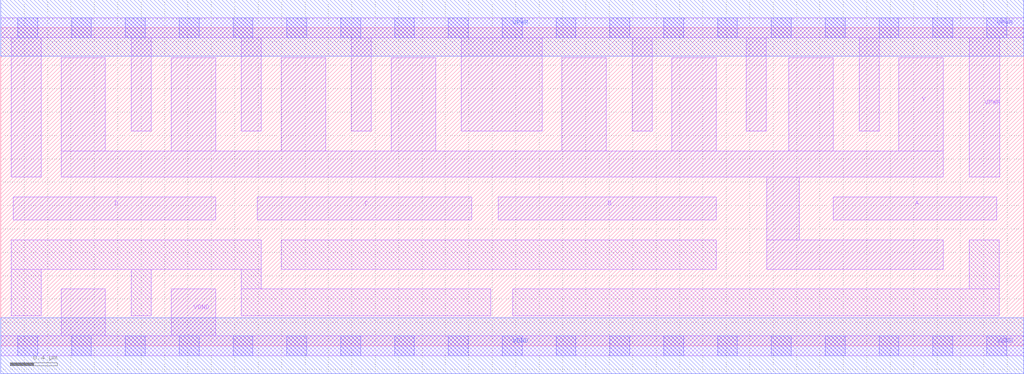
<source format=lef>
# Copyright 2020 The SkyWater PDK Authors
#
# Licensed under the Apache License, Version 2.0 (the "License");
# you may not use this file except in compliance with the License.
# You may obtain a copy of the License at
#
#     https://www.apache.org/licenses/LICENSE-2.0
#
# Unless required by applicable law or agreed to in writing, software
# distributed under the License is distributed on an "AS IS" BASIS,
# WITHOUT WARRANTIES OR CONDITIONS OF ANY KIND, either express or implied.
# See the License for the specific language governing permissions and
# limitations under the License.
#
# SPDX-License-Identifier: Apache-2.0

VERSION 5.7 ;
  NAMESCASESENSITIVE ON ;
  NOWIREEXTENSIONATPIN ON ;
  DIVIDERCHAR "/" ;
  BUSBITCHARS "[]" ;
UNITS
  DATABASE MICRONS 200 ;
END UNITS
PROPERTYDEFINITIONS
  MACRO maskLayoutSubType STRING ;
  MACRO prCellType STRING ;
  MACRO originalViewName STRING ;
END PROPERTYDEFINITIONS
MACRO sky130_fd_sc_hdll__nand4_4
  CLASS CORE ;
  FOREIGN sky130_fd_sc_hdll__nand4_4 ;
  ORIGIN  0.000000  0.000000 ;
  SIZE  8.740000 BY  2.720000 ;
  SYMMETRY X Y R90 ;
  SITE unithd ;
  PIN A
    ANTENNAGATEAREA  1.110000 ;
    DIRECTION INPUT ;
    USE SIGNAL ;
    PORT
      LAYER li1 ;
        RECT 7.115000 1.075000 8.510000 1.275000 ;
    END
  END A
  PIN B
    ANTENNAGATEAREA  1.110000 ;
    DIRECTION INPUT ;
    USE SIGNAL ;
    PORT
      LAYER li1 ;
        RECT 4.250000 1.075000 6.115000 1.275000 ;
    END
  END B
  PIN C
    ANTENNAGATEAREA  1.110000 ;
    DIRECTION INPUT ;
    USE SIGNAL ;
    PORT
      LAYER li1 ;
        RECT 2.190000 1.075000 4.025000 1.275000 ;
    END
  END C
  PIN D
    ANTENNAGATEAREA  1.110000 ;
    DIRECTION INPUT ;
    USE SIGNAL ;
    PORT
      LAYER li1 ;
        RECT 0.105000 1.075000 1.835000 1.275000 ;
    END
  END D
  PIN Y
    ANTENNADIFFAREA  2.736000 ;
    DIRECTION OUTPUT ;
    USE SIGNAL ;
    PORT
      LAYER li1 ;
        RECT 0.515000 1.445000 8.055000 1.665000 ;
        RECT 0.515000 1.665000 0.895000 2.465000 ;
        RECT 1.455000 1.665000 1.835000 2.465000 ;
        RECT 2.395000 1.665000 2.775000 2.465000 ;
        RECT 3.335000 1.665000 3.715000 2.465000 ;
        RECT 4.795000 1.665000 5.175000 2.465000 ;
        RECT 5.735000 1.665000 6.115000 2.465000 ;
        RECT 6.545000 0.655000 8.055000 0.905000 ;
        RECT 6.545000 0.905000 6.825000 1.445000 ;
        RECT 6.735000 1.665000 7.115000 2.465000 ;
        RECT 7.675000 1.665000 8.055000 2.465000 ;
    END
  END Y
  PIN VGND
    DIRECTION INOUT ;
    USE GROUND ;
    PORT
      LAYER li1 ;
        RECT 0.000000 -0.085000 8.740000 0.085000 ;
        RECT 0.515000  0.085000 0.895000 0.485000 ;
        RECT 1.455000  0.085000 1.835000 0.485000 ;
      LAYER mcon ;
        RECT 0.145000 -0.085000 0.315000 0.085000 ;
        RECT 0.605000 -0.085000 0.775000 0.085000 ;
        RECT 1.065000 -0.085000 1.235000 0.085000 ;
        RECT 1.525000 -0.085000 1.695000 0.085000 ;
        RECT 1.985000 -0.085000 2.155000 0.085000 ;
        RECT 2.445000 -0.085000 2.615000 0.085000 ;
        RECT 2.905000 -0.085000 3.075000 0.085000 ;
        RECT 3.365000 -0.085000 3.535000 0.085000 ;
        RECT 3.825000 -0.085000 3.995000 0.085000 ;
        RECT 4.285000 -0.085000 4.455000 0.085000 ;
        RECT 4.745000 -0.085000 4.915000 0.085000 ;
        RECT 5.205000 -0.085000 5.375000 0.085000 ;
        RECT 5.665000 -0.085000 5.835000 0.085000 ;
        RECT 6.125000 -0.085000 6.295000 0.085000 ;
        RECT 6.585000 -0.085000 6.755000 0.085000 ;
        RECT 7.045000 -0.085000 7.215000 0.085000 ;
        RECT 7.505000 -0.085000 7.675000 0.085000 ;
        RECT 7.965000 -0.085000 8.135000 0.085000 ;
        RECT 8.425000 -0.085000 8.595000 0.085000 ;
      LAYER met1 ;
        RECT 0.000000 -0.240000 8.740000 0.240000 ;
    END
  END VGND
  PIN VPWR
    DIRECTION INOUT ;
    USE POWER ;
    PORT
      LAYER li1 ;
        RECT 0.000000 2.635000 8.740000 2.805000 ;
        RECT 0.090000 1.445000 0.345000 2.635000 ;
        RECT 1.115000 1.835000 1.285000 2.635000 ;
        RECT 2.055000 1.835000 2.225000 2.635000 ;
        RECT 2.995000 1.835000 3.165000 2.635000 ;
        RECT 3.935000 1.835000 4.625000 2.635000 ;
        RECT 5.395000 1.835000 5.565000 2.635000 ;
        RECT 6.370000 1.835000 6.540000 2.635000 ;
        RECT 7.335000 1.835000 7.505000 2.635000 ;
        RECT 8.275000 1.445000 8.535000 2.635000 ;
      LAYER mcon ;
        RECT 0.145000 2.635000 0.315000 2.805000 ;
        RECT 0.605000 2.635000 0.775000 2.805000 ;
        RECT 1.065000 2.635000 1.235000 2.805000 ;
        RECT 1.525000 2.635000 1.695000 2.805000 ;
        RECT 1.985000 2.635000 2.155000 2.805000 ;
        RECT 2.445000 2.635000 2.615000 2.805000 ;
        RECT 2.905000 2.635000 3.075000 2.805000 ;
        RECT 3.365000 2.635000 3.535000 2.805000 ;
        RECT 3.825000 2.635000 3.995000 2.805000 ;
        RECT 4.285000 2.635000 4.455000 2.805000 ;
        RECT 4.745000 2.635000 4.915000 2.805000 ;
        RECT 5.205000 2.635000 5.375000 2.805000 ;
        RECT 5.665000 2.635000 5.835000 2.805000 ;
        RECT 6.125000 2.635000 6.295000 2.805000 ;
        RECT 6.585000 2.635000 6.755000 2.805000 ;
        RECT 7.045000 2.635000 7.215000 2.805000 ;
        RECT 7.505000 2.635000 7.675000 2.805000 ;
        RECT 7.965000 2.635000 8.135000 2.805000 ;
        RECT 8.425000 2.635000 8.595000 2.805000 ;
      LAYER met1 ;
        RECT 0.000000 2.480000 8.740000 2.960000 ;
    END
  END VPWR
  OBS
    LAYER li1 ;
      RECT 0.090000 0.255000 0.345000 0.655000 ;
      RECT 0.090000 0.655000 2.225000 0.905000 ;
      RECT 1.115000 0.255000 1.285000 0.655000 ;
      RECT 2.055000 0.255000 4.185000 0.485000 ;
      RECT 2.055000 0.485000 2.225000 0.655000 ;
      RECT 2.395000 0.655000 6.115000 0.905000 ;
      RECT 4.375000 0.255000 8.530000 0.485000 ;
      RECT 8.275000 0.485000 8.530000 0.905000 ;
  END
  PROPERTY maskLayoutSubType "abstract" ;
  PROPERTY prCellType "standard" ;
  PROPERTY originalViewName "layout" ;
END sky130_fd_sc_hdll__nand4_4

</source>
